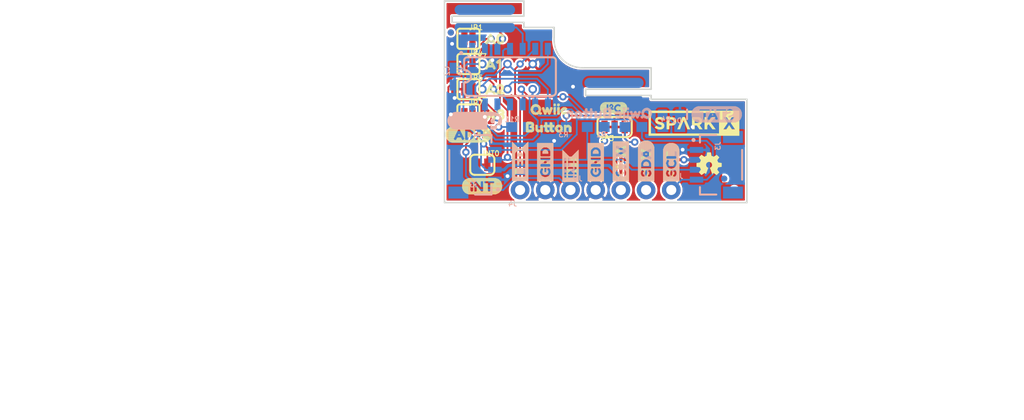
<source format=kicad_pcb>
(kicad_pcb (version 20211014) (generator pcbnew)
  (layers (0 "F.Cu" signal) (31 "B.Cu" signal) (34 "B.Paste" user) (35 "F.Paste" user) (36 "B.SilkS" user "B.Silkscreen") (37 "F.SilkS" user "F.Silkscreen") (38 "B.Mask" user) (39 "F.Mask" user) (44 "Edge.Cuts" user))
  (net 0 "")
  (net 1 "GND")
  (net 2 "SDA")
  (net 3 "SCL")
  (net 4 "3.3V")
  (net 5 "~{INT}")
  (net 6 "SCL_PU1")
  (net 7 "SDA_PU1")
  (net 8 "ADR0")
  (net 9 "~{RST}")
  (net 10 "SWITCH_NO")
  (net 11 "N$3")
  (net 12 "MISO")
  (net 13 "STAT")
  (net 14 "N$1")
  (net 15 "N$6")
  (net 16 "INT_R")
  (net 17 "LED")
  (net 18 "ADR1")
  (net 19 "ADR3")
  (net 20 "ADR2")
  (footprint "eagleBoard:MICRO-FIDUCIAL" (layer "F.Cu") (at 162.4711 113.8936)
    (fp_text reference "JP6" hide)
    (fp_text value "FIDUCIALUFIDUCIAL" hide)
    (pad "1" smd roundrect (at 0 0) (size 0.635 0.635) (layers "F.Cu" "F.Mask") (roundrect_rratio 0.5))
  )
  (footprint "eagleBoard:I_SUPER2_C-()-03" (layer "F.Cu") (at 148.8821 105.6386)
    (fp_text reference "U$10" hide)
    (fp_text value "" hide)
  )
  (footprint "eagleBoard:OSHW-LOGO-MINI" (layer "F.Cu") (at 159.9311 111.3536)
    (fp_text reference "LOGO1" hide)
    (fp_text value "OSHW-LOGOMINI" hide)
  )
  (footprint "eagleBoard:A00" (layer "F.Cu") (at 136.4361 98.6536)
    (fp_text reference "U$25" hide)
    (fp_text value "" hide)
  )
  (footprint "eagleBoard:GND" (layer "F.Cu") (at 143.4211 113.5126 90)
    (fp_text reference "U$17" hide)
    (fp_text value "" hide)
  )
  (footprint "eagleBoard:A11" (layer "F.Cu") (at 136.4361 101.1936)
    (fp_text reference "U$26" hide)
    (fp_text value "" hide)
  )
  (footprint "eagleBoard:BUTTON1" (layer "F.Cu") (at 140.5001 107.5436)
    (fp_text reference "U$24" hide)
    (fp_text value "" hide)
  )
  (footprint "eagleBoard:SMT-JUMPER_2_NO_SILK" (layer "F.Cu") (at 135.6741 103.7336)
    (fp_text reference "JP5" (at 0 -1.143) (layer "F.SilkS") (effects (font (size 0.512064 0.512064) (thickness 0.097536)) (justify left)))
    (fp_text value "")
    (pad "1" smd rect (at -0.4064 0) (size 0.635 1.27) (layers "F.Cu" "F.Mask") (net 1 "GND"))
    (pad "2" smd rect (at 0.4064 0) (size 0.635 1.27) (layers "F.Cu" "F.Mask") (net 20 "ADR2"))
  )
  (footprint "eagleBoard:SMT-JUMPER_3_2-NC_TRACE_SILK" (layer "F.Cu") (at 150.4061 107.5436 180)
    (fp_text reference "JP3" (at 0 -1.143) (layer "F.SilkS") (effects (font (size 0.512064 0.512064) (thickness 0.097536)) (justify right)))
    (fp_text value "")
    (fp_poly (pts (xy 0.3048 0.127) (xy 0.7112 0.127) (xy 0.7112 -0.127) (xy 0.3048 -0.127)) (layer "F.Cu") (width 0) (fill solid))
    (fp_poly (pts (xy -0.7112 0.127) (xy -0.3048 0.127) (xy -0.3048 -0.127) (xy -0.7112 -0.127)) (layer "F.Cu") (width 0) (fill solid))
    (pad "1" smd rect (at -1.016 0 180) (size 0.635 1.27) (layers "F.Cu" "F.Mask") (net 6 "SCL_PU1"))
    (pad "2" smd rect (at 0 0 180) (size 0.635 1.27) (layers "F.Cu" "F.Mask") (net 4 "3.3V"))
    (pad "3" smd rect (at 1.016 0 180) (size 0.635 1.27) (layers "F.Cu" "F.Mask") (net 7 "SDA_PU1"))
  )
  (footprint "eagleBoard:INT#-[_-04" (layer "F.Cu") (at 145.9611 113.7666 90)
    (fp_text reference "U$15" hide)
    (fp_text value "" hide)
  )
  (footprint "eagleBoard:SMT-JUMPER_2_NC_TRACE_SILK" (layer "F.Cu") (at 137.0711 111.3536)
    (fp_text reference "INT0" (at 0 -1.143) (layer "F.SilkS") (effects (font (size 0.512064 0.512064) (thickness 0.097536)) (justify left)))
    (fp_text value "")
    (fp_poly (pts (xy -0.2032 0.127) (xy 0.2032 0.127) (xy 0.2032 -0.127) (xy -0.2032 -0.127)) (layer "F.Cu") (width 0) (fill solid))
    (pad "1" smd rect (at -0.508 0) (size 0.635 1.27) (layers "F.Cu" "F.Mask") (net 16 "INT_R"))
    (pad "2" smd rect (at 0.508 0) (size 0.635 1.27) (layers "F.Cu" "F.Mask") (net 4 "3.3V"))
  )
  (footprint "eagleBoard:QWIIC0" (layer "F.Cu") (at 141.0081 105.7656)
    (fp_text reference "U$20" hide)
    (fp_text value "" hide)
  )
  (footprint "eagleBoard:(ADR)" (layer "F.Cu") (at 133.2611 108.3056)
    (fp_text reference "U$9" hide)
    (fp_text value "" hide)
  )
  (footprint "eagleBoard:GND" (layer "F.Cu") (at 148.5011 113.5126 90)
    (fp_text reference "U$8" hide)
    (fp_text value "" hide)
  )
  (footprint "eagleBoard:SCL" (layer "F.Cu") (at 156.1211 113.5126 90)
    (fp_text reference "U$5" hide)
    (fp_text value "" hide)
  )
  (footprint "eagleBoard:SMT-JUMPER_2_NO_SILK" (layer "F.Cu") (at 135.6741 101.1936)
    (fp_text reference "JP4" (at 0 -1.143) (layer "F.SilkS") (effects (font (size 0.512064 0.512064) (thickness 0.097536)) (justify left)))
    (fp_text value "")
    (pad "1" smd rect (at -0.4064 0) (size 0.635 1.27) (layers "F.Cu" "F.Mask") (net 1 "GND"))
    (pad "2" smd rect (at 0.4064 0) (size 0.635 1.27) (layers "F.Cu" "F.Mask") (net 18 "ADR1"))
  )
  (footprint "eagleBoard:SDA" (layer "F.Cu") (at 153.5811 113.5126 90)
    (fp_text reference "U$6" hide)
    (fp_text value "" hide)
  )
  (footprint "eagleBoard:3.3V" (layer "F.Cu") (at 151.0411 113.5126 90)
    (fp_text reference "U$7" hide)
    (fp_text value "" hide)
  )
  (footprint "eagleBoard:SMT-JUMPER_2_NO_SILK" (layer "F.Cu") (at 135.6741 98.6536)
    (fp_text reference "JP1" (at 0 -1.143) (layer "F.SilkS") (effects (font (size 0.512064 0.512064) (thickness 0.097536)) (justify left)))
    (fp_text value "")
    (pad "1" smd rect (at -0.4064 0) (size 0.635 1.27) (layers "F.Cu" "F.Mask") (net 1 "GND"))
    (pad "2" smd rect (at 0.4064 0) (size 0.635 1.27) (layers "F.Cu" "F.Mask") (net 8 "ADR0"))
  )
  (footprint "eagleBoard:LED2" (layer "F.Cu") (at 140.8811 113.5126 90)
    (fp_text reference "U$19" hide)
    (fp_text value "" hide)
  )
  (footprint "eagleBoard:INT-()-04" (layer "F.Cu") (at 134.9121 113.5126)
    (fp_text reference "U$4" hide)
    (fp_text value "" hide)
  )
  (footprint "eagleBoard:2X3_TEST_POINTS" (layer "F.Cu") (at 139.6111 102.4636)
    (fp_text reference "J7" (at -3.048 -2.032) (layer "F.SilkS") (effects (font (size 0.512064 0.512064) (thickness 0.097536)) (justify left)))
    (fp_text value "ISP")
    (pad "1" thru_hole circle (at -2.54 1.27) (size 0.8636 0.8636) (drill 0.508) (layers *.Cu) (net 12 "MISO"))
    (pad "2" thru_hole circle (at -2.54 -1.27) (size 0.8636 0.8636) (drill 0.508) (layers *.Cu) (net 4 "3.3V"))
    (pad "3" thru_hole circle (at 0 1.27) (size 0.8636 0.8636) (drill 0.508) (layers *.Cu) (net 3 "SCL"))
    (pad "4" thru_hole circle (at 0 -1.27) (size 0.8636 0.8636) (drill 0.508) (layers *.Cu) (net 2 "SDA"))
    (pad "5" thru_hole circle (at 2.54 1.27) (size 0.8636 0.8636) (drill 0.508) (layers *.Cu) (net 9 "~{RST}"))
    (pad "6" thru_hole circle (at 2.54 -1.27) (size 0.8636 0.8636) (drill 0.508) (layers *.Cu) (net 1 "GND"))
  )
  (footprint "eagleBoard:SPARKX-MEDIUM" (layer "F.Cu") (at 158.4071 107.1626)
    (fp_text reference "U$18" hide)
    (fp_text value "" hide)
  )
  (footprint "eagleBoard:A22" (layer "F.Cu") (at 136.4361 103.7336)
    (fp_text reference "U$27" hide)
    (fp_text value "" hide)
  )
  (footprint "eagleBoard:MICRO-FIDUCIAL" (layer "F.Cu") (at 133.8961 98.0186)
    (fp_text reference "JP2" hide)
    (fp_text value "FIDUCIALUFIDUCIAL" hide)
    (pad "1" smd roundrect (at 0 0) (size 0.635 0.635) (layers "F.Cu" "F.Mask") (roundrect_rratio 0.5))
  )
  (footprint "eagleBoard:SMT-JUMPER_2_NO_SILK" (layer "F.Cu") (at 135.6741 106.2736)
    (fp_text reference "JP7" (at 0 -1.143) (layer "F.SilkS") (effects (font (size 0.512064 0.512064) (thickness 0.097536)) (justify left)))
    (fp_text value "")
    (pad "1" smd rect (at -0.4064 0) (size 0.635 1.27) (layers "F.Cu" "F.Mask") (net 1 "GND"))
    (pad "2" smd rect (at 0.4064 0) (size 0.635 1.27) (layers "F.Cu" "F.Mask") (net 19 "ADR3"))
  )
  (footprint "eagleBoard:A33" (layer "F.Cu") (at 136.3091 106.2736)
    (fp_text reference "U$28" hide)
    (fp_text value "" hide)
  )
  (footprint "eagleBoard:LED-0603" (layer "B.Cu") (at 156.1211 106.2736)
    (fp_text reference "D1" (at 0 0.635) (layer "B.SilkS") (effects (font (size 0.512064 0.512064) (thickness 0.097536)) (justify right mirror)))
    (fp_text value "RED")
    (pad "A" smd roundrect (at -0.877 0 90) (size 1 1) (layers "B.Cu" "B.Paste" "B.Mask") (roundrect_rratio 0.15) (net 11 "N$3"))
    (pad "C" smd roundrect (at 0.877 0 90) (size 1 1) (layers "B.Cu" "B.Paste" "B.Mask") (roundrect_rratio 0.15) (net 1 "GND"))
  )
  (footprint "eagleBoard:BUTTON1" (layer "B.Cu") (at 151.0411 106.1466 180)
    (fp_text reference "U$23" hide)
    (fp_text value "" hide)
  )
  (footprint "eagleBoard:SO14" (layer "B.Cu") (at 139.2301 102.4636)
    (fp_text reference "U4" (at -4.445 0 -90) (layer "B.SilkS") (effects (font (size 0.512064 0.512064) (thickness 0.097536)) (justify right mirror)))
    (fp_text value "ATTINY84-ARDUINO")
    (pad "1" smd rect (at -3.175 -2.8) (size 0.6 1.2) (layers "B.Cu" "B.Paste" "B.Mask") (net 4 "3.3V"))
    (pad "2" smd rect (at -1.905 -2.8) (size 0.6 1.2) (layers "B.Cu" "B.Paste" "B.Mask") (net 18 "ADR1"))
    (pad "3" smd rect (at -0.635 -2.8) (size 0.6 1.2) (layers "B.Cu" "B.Paste" "B.Mask") (net 8 "ADR0"))
    (pad "4" smd rect (at 0.635 -2.8) (size 0.6 1.2) (layers "B.Cu" "B.Paste" "B.Mask") (net 9 "~{RST}"))
    (pad "5" smd rect (at 1.905 -2.8) (size 0.6 1.2) (layers "B.Cu" "B.Paste" "B.Mask") (net 10 "SWITCH_NO"))
    (pad "6" smd rect (at 3.175 -2.8) (size 0.6 1.2) (layers "B.Cu" "B.Paste" "B.Mask") (net 17 "LED"))
    (pad "7" smd rect (at 4.445 -2.8) (size 0.6 1.2) (layers "B.Cu" "B.Paste" "B.Mask") (net 2 "SDA"))
    (pad "8" smd rect (at 4.445 2.8) (size 0.6 1.2) (layers "B.Cu" "B.Paste" "B.Mask") (net 12 "MISO"))
    (pad "9" smd rect (at 3.175 2.8) (size 0.6 1.2) (layers "B.Cu" "B.Paste" "B.Mask") (net 3 "SCL"))
    (pad "10" smd rect (at 1.905 2.8) (size 0.6 1.2) (layers "B.Cu" "B.Paste" "B.Mask") (net 13 "STAT"))
    (pad "11" smd rect (at 0.635 2.8) (size 0.6 1.2) (layers "B.Cu" "B.Paste" "B.Mask") (net 19 "ADR3"))
    (pad "12" smd rect (at -0.635 2.8) (size 0.6 1.2) (layers "B.Cu" "B.Paste" "B.Mask") (net 20 "ADR2"))
    (pad "13" smd rect (at -1.905 2.8) (size 0.6 1.2) (layers "B.Cu" "B.Paste" "B.Mask") (net 5 "~{INT}"))
    (pad "14" smd rect (at -3.175 2.8) (size 0.6 1.2) (layers "B.Cu" "B.Paste" "B.Mask") (net 1 "GND"))
  )
  (footprint "eagleBoard:QWIIC_5.5MM" (layer "B.Cu") (at 136.3091 106.9086 180)
    (fp_text reference "U$1" hide)
    (fp_text value "" hide)
  )
  (footprint "eagleBoard:SCL" (layer "B.Cu") (at 156.1211 113.5126 90)
    (fp_text reference "U$14" hide)
    (fp_text value "" hide)
  )
  (footprint "eagleBoard:CREATIVE_COMMONS" (layer "B.Cu") (at 171.3611 136.7536 180)
    (fp_text reference "FRAME1" hide)
    (fp_text value "FRAME-LETTER" hide)
  )
  (footprint "eagleBoard:3.3V" (layer "B.Cu") (at 151.0411 113.5126 90)
    (fp_text reference "U$22" hide)
    (fp_text value "" hide)
  )
  (footprint "eagleBoard:QWIIC0" (layer "B.Cu") (at 155.1051 106.1466 180)
    (fp_text reference "U$2" hide)
    (fp_text value "" hide)
  )
  (footprint "eagleBoard:STAT1" (layer "B.Cu") (at 163.3601 106.2736 180)
    (fp_text reference "U$21" hide)
    (fp_text value "" hide)
  )
  (footprint "eagleBoard:LED2" (layer "B.Cu") (at 140.8811 113.5126 90)
    (fp_text reference "U$3" hide)
    (fp_text value "" hide)
  )
  (footprint "eagleBoard:GND" (layer "B.Cu") (at 148.5011 113.5126 90)
    (fp_text reference "U$13" hide)
    (fp_text value "" hide)
  )
  (footprint "eagleBoard:SDA" (layer "B.Cu") (at 153.5811 113.5126 90)
    (fp_text reference "U$12" hide)
    (fp_text value "" hide)
  )
  (footprint "eagleBoard:1X01_NO_SILK" (layer "B.Cu") (at 145.9611 113.8936 180)
    (fp_text reference "J5" (at -1.27 1.143) (layer "B.SilkS") (effects (font (size 0.512064 0.512064) (thickness 0.097536)) (justify left mirror)))
    (fp_text value "")
    (pad "1" thru_hole circle (at 0 0 90) (size 1.8796 1.8796) (drill 1.016) (layers *.Cu *.Mask) (net 5 "~{INT}"))
  )
  (footprint "eagleBoard:0603" (layer "B.Cu") (at 152.3111 107.5436 180)
    (fp_text reference "R2" (at 0 0.762) (layer "B.SilkS") (effects (font (size 0.512064 0.512064) (thickness 0.097536)) (justify left mirror)))
    (fp_text value "2.2k")
    (pad "1" smd rect (at -0.85 0 180) (size 1.1 1) (layers "B.Cu" "B.Paste" "B.Mask") (net 3 "SCL"))
    (pad "2" smd rect (at 0.85 0 180) (size 1.1 1) (layers "B.Cu" "B.Paste" "B.Mask") (net 6 "SCL_PU1"))
  )
  (footprint "eagleBoard:0603" (layer "B.Cu") (at 134.2771 102.4636 -90)
    (fp_text reference "C2" (at 0 0.762 -270) (layer "B.SilkS") (effects (font (size 0.512064 0.512064) (thickness 0.097536)) (justify right mirror)))
    (fp_text value "0.1uF")
    (pad "1" smd rect (at -0.85 0 270) (size 1.1 1) (layers "B.Cu" "B.Paste" "B.Mask") (net 4 "3.3V"))
    (pad "2" smd rect (at 0.85 0 270) (size 1.1 1) (layers "B.Cu" "B.Paste" "B.Mask") (net 1 "GND"))
  )
  (footprint "eagleBoard:INT#-[_-04" (layer "B.Cu") (at 145.9611 113.7666 90)
    (fp_text reference "U$11" hide)
    (fp_text value "" hide)
  )
  (footprint "eagleBoard:0603" (layer "B.Cu") (at 148.5011 107.5436)
    (fp_text reference "R1" (at 0 0.762) (layer "B.SilkS") (effects (font (size 0.512064 0.512064) (thickness 0.097536)) (justify right mirror)))
    (fp_text value "2.2k")
    (pad "1" smd rect (at -0.85 0) (size 1.1 1) (layers "B.Cu" "B.Paste" "B.Mask") (net 2 "SDA"))
    (pad "2" smd rect (at 0.85 0) (size 1.1 1) (layers "B.Cu" "B.Paste" "B.Mask") (net 7 "SDA_PU1"))
  )
  (footprint "eagleBoard:MICRO-FIDUCIAL" (layer "B.Cu") (at 161.4551 112.7506 180)
    (fp_text reference "JP8" hide)
    (fp_text value "FIDUCIALUFIDUCIAL" hide)
    (pad "1" smd roundrect (at 0 0 180) (size 0.635 0.635) (layers "B.Cu" "B.Mask") (roundrect_rratio 0.5))
  )
  (footprint "eagleBoard:0603" (layer "B.Cu") (at 156.1211 107.5436 180)
    (fp_text reference "R4" (at 0 0.762) (layer "B.SilkS") (effects (font (size 0.512064 0.512064) (thickness 0.097536)) (justify left mirror)))
    (fp_text value "1k")
    (pad "1" smd rect (at -0.85 0 180) (size 1.1 1) (layers "B.Cu" "B.Paste" "B.Mask") (net 11 "N$3"))
    (pad "2" smd rect (at 0.85 0 180) (size 1.1 1) (layers "B.Cu" "B.Paste" "B.Mask") (net 13 "STAT"))
  )
  (footprint "eagleBoard:1X02_NO_SILK" (layer "B.Cu") (at 140.8811 113.8936)
    (fp_text reference "J4" (at -1.27 1.397) (layer "B.SilkS") (effects (font (size 0.512064 0.512064) (thickness 0.097536)) (justify right mirror)))
    (fp_text value "")
    (pad "1" thru_hole circle (at 0 0 270) (size 1.8796 1.8796) (drill 1.016) (layers *.Cu *.Mask) (net 17 "LED"))
    (pad "2" thru_hole circle (at 2.54 0 270) (size 1.8796 1.8796) (drill 1.016) (layers *.Cu *.Mask) (net 1 "GND"))
  )
  (footprint "eagleBoard:MICRO-FIDUCIAL" (layer "B.Cu") (at 133.8961 98.0186 180)
    (fp_text reference "JP9" hide)
    (fp_text value "FIDUCIALUFIDUCIAL" hide)
    (pad "1" smd roundrect (at 0 0 180) (size 0.635 0.635) (layers "B.Cu" "B.Mask") (roundrect_rratio 0.5))
  )
  (footprint "eagleBoard:0603" (layer "B.Cu") (at 140.8811 107.5436 180)
    (fp_text reference "R11" (at 0 0.762) (layer "B.SilkS") (effects (font (size 0.512064 0.512064) (thickness 0.097536)) (justify left mirror)))
    (fp_text value "10k")
    (pad "1" smd rect (at -0.85 0 180) (size 1.1 1) (layers "B.Cu" "B.Paste" "B.Mask") (net 5 "~{INT}"))
    (pad "2" smd rect (at 0.85 0 180) (size 1.1 1) (layers "B.Cu" "B.Paste" "B.Mask") (net 16 "INT_R"))
  )
  (footprint "eagleBoard:1X04_NO_SILK" (layer "B.Cu") (at 156.1211 113.8936 180)
    (fp_text reference "J1" (at -1.27 1.397) (layer "B.SilkS") (effects (font (size 0.512064 0.512064) (thickness 0.097536)) (justify left mirror)))
    (fp_text value "")
    (pad "1" thru_hole circle (at 0 0 90) (size 1.8796 1.8796) (drill 1.016) (layers *.Cu *.Mask) (net 3 "SCL"))
    (pad "2" thru_hole circle (at 2.54 0 90) (size 1.8796 1.8796) (drill 1.016) (layers *.Cu *.Mask) (net 2 "SDA"))
    (pad "3" thru_hole circle (at 5.08 0 90) (size 1.8796 1.8796) (drill 1.016) (layers *.Cu *.Mask) (net 4 "3.3V"))
    (pad "4" thru_hole circle (at 7.62 0 90) (size 1.8796 1.8796) (drill 1.016) (layers *.Cu *.Mask) (net 1 "GND"))
  )
  (footprint "eagleBoard:GND" (layer "B.Cu") (at 143.4211 113.5126 90)
    (fp_text reference "U$16" hide)
    (fp_text value "" hide)
  )
  (footprint "eagleBoard:JST04_1MM_RA" (layer "B.Cu") (at 158.6611 111.3536 -90)
    (fp_text reference "J3" (at -1.397 -2.159 -270) (layer "B.SilkS") (effects (font (size 0.512064 0.512064) (thickness 0.097536)) (justify right mirror)))
    (fp_text value "")
    (pad "1" smd rect (at -1.5 0 270) (size 0.6 1.35) (layers "B.Cu" "B.Paste" "B.Mask") (net 1 "GND"))
    (pad "2" smd rect (at -0.5 0 270) (size 0.6 1.35) (layers "B.Cu" "B.Paste" "B.Mask") (net 4 "3.3V"))
    (pad "3" smd rect (at 0.5 0 270) (size 0.6 1.35) (layers "B.Cu" "B.Paste" "B.Mask") (net 2 "SDA"))
    (pad "4" smd rect (at 1.5 0 270) (size 0.6 1.35) (layers "B.Cu" "B.Paste" "B.Mask") (net 3 "SCL"))
    (pad "NC1" smd rect (at 2.8 -3.675 270) (size 1.2 2) (layers "B.Cu" "B.Paste" "B.Mask"))
    (pad "NC2" smd rect (at -2.8 -3.675 270) (size 1.2 2) (layers "B.Cu" "B.Paste" "B.Mask"))
  )
  (footprint "eagleBoard:0603" (layer "B.Cu") (at 144.6911 107.5436)
    (fp_text reference "R3" (at 0 0.762) (layer "B.SilkS") (effects (font (size 0.512064 0.512064) (thickness 0.097536)) (justify right mirror)))
    (fp_text value "10k")
    (pad "1" smd rect (at -0.85 0) (size 1.1 1) (layers "B.Cu" "B.Paste" "B.Mask") (net 9 "~{RST}"))
    (pad "2" smd rect (at 0.85 0) (size 1.1 1) (layers "B.Cu" "B.Paste" "B.Mask") (net 4 "3.3V"))
  )
  (footprint "eagleBoard:JST04_1MM_RA" (layer "B.Cu") (at 138.3411 111.3536 90)
    (fp_text reference "J2" (at -1.397 -2.159 90) (layer "B.SilkS") (effects (font (size 0.512064 0.512064) (thickness 0.097536)) (justify left mirror)))
    (fp_text value "")
    (pad "1" smd rect (at -1.5 0 90) (size 0.6 1.35) (layers "B.Cu" "B.Paste" "B.Mask") (net 1 "GND"))
    (pad "2" smd rect (at -0.5 0 90) (size 0.6 1.35) (layers "B.Cu" "B.Paste" "B.Mask") (net 4 "3.3V"))
    (pad "3" smd rect (at 0.5 0 90) (size 0.6 1.35) (layers "B.Cu" "B.Paste" "B.Mask") (net 2 "SDA"))
    (pad "4" smd rect (at 1.5 0 90) (size 0.6 1.35) (layers "B.Cu" "B.Paste" "B.Mask") (net 3 "SCL"))
    (pad "NC1" smd rect (at 2.8 -3.675 90) (size 1.2 2) (layers "B.Cu" "B.Paste" "B.Mask"))
    (pad "NC2" smd rect (at -2.8 -3.675 90) (size 1.2 2) (layers "B.Cu" "B.Paste" "B.Mask"))
  )
  (gr_line (start 133.2611 115.1636) (end 133.2611 94.8436) (layer "Edge.Cuts") (width 0.1524))
  (gr_line (start 147.4851 103.7336) (end 147.4851 104.3686) (layer "Edge.Cuts") (width 0.1524))
  (gr_line (start 147.2311 101.5746) (end 154.0891 101.5746) (layer "Edge.Cuts") (width 0.1524))
  (gr_line (start 134.0231 97.0026) (end 141.2621 97.0026) (layer "Edge.Cuts") (width 0.1524))
  (gr_line (start 141.2621 97.0026) (end 141.2621 97.5106) (layer "Edge.Cuts") (width 0.1524))
  (gr_line (start 154.0891 104.7496) (end 163.7411 104.7496) (layer "Edge.Cuts") (width 0.1524))
  (gr_line (start 133.2611 94.8436) (end 141.2621 94.8436) (layer "Edge.Cuts") (width 0.1524))
  (gr_arc (start 147.2311 101.5746) (mid 145.095227 100.697833) (end 144.310099 98.526601) (layer "Edge.Cuts") (width 0.1524))
  (gr_line (start 163.7411 115.1636) (end 133.2611 115.1636) (layer "Edge.Cuts") (width 0.1524))
  (gr_line (start 141.2621 94.8436) (end 141.2621 96.3676) (layer "Edge.Cuts") (width 0.1524))
  (gr_line (start 154.0891 101.5746) (end 154.0891 103.7336) (layer "Edge.Cuts") (width 0.1524))
  (gr_line (start 134.0231 96.3676) (end 134.0231 97.0026) (layer "Edge.Cuts") (width 0.1524))
  (gr_line (start 147.4851 104.3686) (end 154.0891 104.3686) (layer "Edge.Cuts") (width 0.1524))
  (gr_line (start 163.7411 104.7496) (end 163.7411 115.1636) (layer "Edge.Cuts") (width 0.1524))
  (gr_line (start 154.0891 104.3686) (end 154.0891 104.7496) (layer "Edge.Cuts") (width 0.1524))
  (gr_line (start 154.0891 103.7336) (end 147.4851 103.7336) (layer "Edge.Cuts") (width 0.1524))
  (gr_line (start 144.3101 98.5266) (end 144.3101 97.5106) (layer "Edge.Cuts") (width 0.1524))
  (gr_line (start 141.2621 97.5106) (end 144.3101 97.5106) (layer "Edge.Cuts") (width 0.1524))
  (gr_line (start 141.2621 96.3676) (end 134.0231 96.3676) (layer "Edge.Cuts") (width 0.1524))
  (gr_text "x02" (at 162.4711 111.3536 90) (layer "F.Cu") (effects (font (size 1.0795 1.0795) (thickness 0.1905))))
  (via (at 134.2771 104.6226) (size 0.7366) (drill 0.381) (layers "F.Cu" "B.Cu") (net 1))
  (via (at 134.0231 99.1616) (size 0.7366) (drill 0.381) (layers "F.Cu" "B.Cu") (net 1))
  (via (at 138.0871 100.8126) (size 0.7366) (drill 0.381) (layers "F.Cu" "B.Cu") (net 1))
  (via (at 158.2801 107.5436) (size 0.7366) (drill 0.381) (layers "F.Cu" "B.Cu") (net 1))
  (via (at 139.6111 112.4966) (size 0.7366) (drill 0.381) (layers "F.Cu" "B.Cu") (net 1))
  (via (at 144.3101 108.9406) (size 0.7366) (drill 0.381) (layers "F.Cu" "B.Cu") (net 1))
  (via (at 157.2641 109.8296) (size 0.7366) (drill 0.381) (layers "F.Cu" "B.Cu") (net 1))
  (via (at 133.8961 106.2736) (size 0.7366) (drill 0.381) (layers "F.Cu" "B.Cu") (net 1))
  (via (at 146.2151 103.4796) (size 0.7366) (drill 0.381) (layers "F.Cu" "B.Cu") (net 1))
  (segment (start 135.8011 104.3686) (end 135.8011 103.7336) (width 0.1778) (layer "B.Cu") (net 1))
  (segment (start 152.8191 104.8766) (end 147.8661 104.8766) (width 1.016) (layer "B.Cu") (net 1))
  (segment (start 136.0551 104.6226) (end 135.8011 104.3686) (width 0.1778) (layer "B.Cu") (net 1))
  (segment (start 136.0551 105.2636) (end 136.0551 104.6226) (width 0.1778) (layer "B.Cu") (net 1))
  (segment (start 138.8491 105.1306) (end 139.6111 105.8926) (width 0.1778) (layer "F.Cu") (net 2))
  (segment (start 139.6111 105.8926) (end 139.6111 110.5996) (width 0.1778) (layer "F.Cu") (net 2))
  (segment (start 139.6111 101.1936) (end 138.8491 101.9556) (width 0.1778) (layer "F.Cu") (net 2))
  (segment (start 138.8491 101.9556) (end 138.8491 105.1306) (width 0.1778) (layer "F.Cu") (net 2))
  (via (at 139.6111 110.5996) (size 0.7366) (drill 0.381) (layers "F.Cu" "B.Cu") (net 2))
  (segment (start 140.337768 101.8921) (end 142.9766 101.8921) (width 0.1778) (layer "B.Cu") (net 2))
  (segment (start 147.6511 107.5436) (end 147.6511 110.8066) (width 0.1778) (layer "B.Cu") (net 2))
  (segment (start 152.1338 111.8536) (end 153.5811 111.8536) (width 0.1778) (layer "B.Cu") (net 2))
  (segment (start 139.3571 110.8536) (end 139.6111 110.5996) (width 0.1778) (layer "B.Cu") (net 2))
  (segment (start 147.6121 110.8456) (end 151.1258 110.8456) (width 0.1778) (layer "B.Cu") (net 2))
  (segment (start 139.639268 101.1936) (end 140.337768 101.8921) (width 0.1778) (layer "B.Cu") (net 2))
  (segment (start 143.6751 101.1936) (end 143.6751 99.6636) (width 0.1778) (layer "B.Cu") (net 2))
  (segment (start 138.3411 110.8536) (end 139.3571 110.8536) (width 0.1778) (layer "B.Cu") (net 2))
  (segment (start 153.5811 113.8936) (end 153.5811 111.8536) (width 0.1778) (layer "B.Cu") (net 2))
  (segment (start 151.1258 110.8456) (end 152.1338 111.8536) (width 0.1778) (layer "B.Cu") (net 2))
  (segment (start 158.6611 111.8536) (end 153.5811 111.8536) (width 0.1778) (layer "B.Cu") (net 2))
  (segment (start 147.6511 110.8066) (end 147.6121 110.8456) (width 0.1778) (layer "B.Cu") (net 2))
  (segment (start 139.6111 110.5996) (end 139.8571 110.8456) (width 0.1778) (layer "B.Cu") (net 2))
  (segment (start 139.6111 101.1936) (end 139.639268 101.1936) (width 0.1778) (layer "B.Cu") (net 2))
  (segment (start 142.9766 101.8921) (end 143.6751 101.1936) (width 0.1778) (layer "B.Cu") (net 2))
  (segment (start 139.8571 110.8456) (end 147.6121 110.8456) (width 0.1778) (layer "B.Cu") (net 2))
  (segment (start 138.3411 109.8536) (end 145.0481 109.8536) (width 0.1778) (layer "B.Cu") (net 3))
  (segment (start 146.6008 106.7769) (end 146.5961 106.7816) (width 0.1778) (layer "B.Cu") (net 3))
  (segment (start 146.5961 108.3056) (end 146.5961 106.7816) (width 0.1778) (layer "B.Cu") (net 3))
  (segment (start 152.3944 106.7769) (end 146.6008 106.7769) (width 0.1778) (layer "B.Cu") (net 3))
  (segment (start 153.1611 107.5436) (end 153.1611 108.6476) (width 0.1778) (layer "B.Cu") (net 3))
  (segment (start 157.1611 112.8536) (end 158.6611 112.8536) (width 0.1778) (layer "B.Cu") (net 3))
  (segment (start 160.3121 112.2426) (end 160.3121 109.5756) (width 0.1778) (layer "B.Cu") (net 3))
  (segment (start 144.516068 106.3959) (end 142.7814 106.3959) (width 0.1778) (layer "B.Cu") (net 3))
  (segment (start 159.6771 108.9406) (end 160.3121 109.5756) (width 0.1778) (layer "B.Cu") (net 3))
  (segment (start 142.8496 103.444269) (end 142.8496 104.044832) (width 0.1778) (layer "B.Cu") (net 3))
  (segment (start 142.7814 106.3959) (end 142.4051 106.0196) (width 0.1778) (layer "B.Cu") (net 3))
  (segment (start 142.440431 103.0351) (end 142.8496 103.444269) (width 0.1778) (layer "B.Cu") (net 3))
  (segment (start 145.0481 109.8536) (end 146.5961 108.3056) (width 0.1778) (layer "B.Cu") (net 3))
  (segment (start 156.1211 113.8936) (end 157.1611 112.8536) (width 0.1778) (layer "B.Cu") (net 3))
  (segment (start 140.083768 103.0351) (end 142.440431 103.0351) (width 0.1778) (layer "B.Cu") (net 3))
  (segment (start 146.5961 106.308269) (end 146.053431 105.7656) (width 0.1778) (layer "B.Cu") (net 3))
  (segment (start 153.4541 108.9406) (end 159.6771 108.9406) (width 0.1778) (layer "B.Cu") (net 3))
  (segment (start 142.4051 104.489332) (end 142.4051 105.2636) (width 0.1778) (layer "B.Cu") (net 3))
  (segment (start 153.1611 107.5436) (end 152.3944 106.7769) (width 0.1778) (layer "B.Cu") (net 3))
  (segment (start 139.6111 103.7336) (end 139.6111 103.507769) (width 0.1778) (layer "B.Cu") (net 3))
  (segment (start 146.053431 105.7656) (end 145.146368 105.7656) (width 0.1778) (layer "B.Cu") (net 3))
  (segment (start 142.4051 106.0196) (end 142.4051 105.2636) (width 0.1778) (layer "B.Cu") (net 3))
  (segment (start 145.146368 105.7656) (end 144.516068 106.3959) (width 0.1778) (layer "B.Cu") (net 3))
  (segment (start 159.7011 112.8536) (end 160.3121 112.2426) (width 0.1778) (layer "B.Cu") (net 3))
  (segment (start 158.6611 112.8536) (end 159.7011 112.8536) (width 0.1778) (layer "B.Cu") (net 3))
  (segment (start 139.6111 103.507769) (end 140.083768 103.0351) (width 0.1778) (layer "B.Cu") (net 3))
  (segment (start 153.1611 108.6476) (end 153.4541 108.9406) (width 0.1778) (layer "B.Cu") (net 3))
  (segment (start 146.5961 106.7816) (end 146.5961 106.308269) (width 0.1778) (layer "B.Cu") (net 3))
  (segment (start 142.8496 104.044832) (end 142.4051 104.489332) (width 0.1778) (layer "B.Cu") (net 3))
  (segment (start 137.5791 109.6303) (end 137.5791 111.3536) (width 0.1778) (layer "F.Cu") (net 4))
  (segment (start 157.3911 110.8456) (end 151.0411 110.8456) (width 0.3048) (layer "F.Cu") (net 4))
  (segment (start 151.0411 110.0836) (end 150.4061 109.4486) (width 0.3048) (layer "F.Cu") (net 4))
  (segment (start 137.1981 109.2493) (end 137.5791 109.6303) (width 0.1778) (layer "F.Cu") (net 4))
  (segment (start 150.4061 106.6546) (end 150.4061 107.5436) (width 0.1778) (layer "F.Cu") (net 4))
  (segment (start 151.0411 110.8456) (end 151.0411 110.0836) (width 0.3048) (layer "F.Cu") (net 4))
  (segment (start 145.5364 106.4006) (end 150.1521 106.4006) (width 0.1778) (layer "F.Cu") (net 4))
  (segment (start 151.0411 113.8936) (end 151.0411 110.8456) (width 0.3048) (layer "F.Cu") (net 4))
  (segment (start 150.1521 106.4006) (end 150.4061 106.6546) (width 0.1778) (layer "F.Cu") (net 4))
  (segment (start 150.4061 107.5436) (end 150.4061 109.4486) (width 0.3048) (layer "F.Cu") (net 4))
  (via (at 145.5364 106.4006) (size 0.7366) (drill 0.381) (layers "F.Cu" "B.Cu") (net 4))
  (via (at 137.1981 109.2493) (size 0.7366) (drill 0.381) (layers "F.Cu" "B.Cu") (net 4))
  (via (at 157.3911 110.8456) (size 0.7366) (drill 0.381) (layers "F.Cu" "B.Cu") (net 4))
  (segment (start 137.1981 109.2493) (end 137.1981 109.076632) (width 0.1778) (layer "B.Cu") (net 4))
  (segment (start 137.1981 109.076632) (end 135.1661 107.044632) (width 0.1778) (layer "B.Cu") (net 4))
  (segment (start 135.1661 101.7016) (end 135.2931 101.7016) (width 0.1778) (layer "B.Cu") (net 4))
  (segment (start 145.5411 106.4053) (end 145.5364 106.4006) (width 0.1778) (layer "B.Cu") (net 4))
  (segment (start 138.3411 111.8536) (end 137.4441 111.8536) (width 0.1778) (layer "B.Cu") (net 4))
  (segment (start 135.2931 101.4476) (end 135.5471 101.1936) (width 0.1778) (layer "B.Cu") (net 4))
  (segment (start 136.9441 111.3536) (end 136.9441 109.5033) (width 0.1778) (layer "B.Cu") (net 4))
  (segment (start 139.702768 111.4171) (end 149.8346 111.4171) (width 0.3048) (layer "B.Cu") (net 4))
  (segment (start 136.0551 99.6636) (end 136.0551 101.1936) (width 0.1778) (layer "B.Cu") (net 4))
  (segment (start 135.1661 107.044632) (end 135.1661 101.7016) (width 0.1778) (layer "B.Cu") (net 4))
  (segment (start 136.9441 109.5033) (end 137.1981 109.2493) (width 0.1778) (layer "B.Cu") (net 4))
  (segment (start 151.0411 112.6236) (end 151.0411 113.8936) (width 0.3048) (layer "B.Cu") (net 4))
  (segment (start 158.6611 110.8536) (end 157.3991 110.8536) (width 0.3048) (layer "B.Cu") (net 4))
  (segment (start 137.4441 111.8536) (end 136.9441 111.3536) (width 0.1778) (layer "B.Cu") (net 4))
  (segment (start 139.266268 111.8536) (end 139.702768 111.4171) (width 0.3048) (layer "B.Cu") (net 4))
  (segment (start 135.2931 101.7016) (end 135.2931 101.4476) (width 0.1778) (layer "B.Cu") (net 4))
  (segment (start 149.8346 111.4171) (end 151.0411 112.6236) (width 0.3048) (layer "B.Cu") (net 4))
  (segment (start 137.0711 101.1936) (end 136.0551 101.1936) (width 0.1778) (layer "B.Cu") (net 4))
  (segment (start 134.2771 101.6136) (end 134.3651 101.7016) (width 0.1778) (layer "B.Cu") (net 4))
  (segment (start 145.5411 107.5436) (end 145.5411 106.4053) (width 0.1778) (layer "B.Cu") (net 4))
  (segment (start 138.3411 111.8536) (end 139.266268 111.8536) (width 0.3048) (layer "B.Cu") (net 4))
  (segment (start 157.3991 110.8536) (end 157.3911 110.8456) (width 0.3048) (layer "B.Cu") (net 4))
  (segment (start 134.3651 101.7016) (end 135.1661 101.7016) (width 0.1778) (layer "B.Cu") (net 4))
  (segment (start 135.5471 101.1936) (end 136.0551 101.1936) (width 0.1778) (layer "B.Cu") (net 4))
  (segment (start 137.3251 106.5276) (end 137.3251 107.4166) (width 0.1778) (layer "F.Cu") (net 5))
  (segment (start 135.4201 109.3216) (end 137.3251 107.4166) (width 0.1778) (layer "F.Cu") (net 5))
  (segment (start 135.4201 110.0836) (end 135.4201 109.3216) (width 0.1778) (layer "F.Cu") (net 5))
  (via (at 135.4201 110.0836) (size 0.7366) (drill 0.381) (layers "F.Cu" "B.Cu") (net 5))
  (via (at 137.3251 106.5276) (size 0.7366) (drill 0.381) (layers "F.Cu" "B.Cu") (net 5))
  (segment (start 141.7311 107.5436) (end 141.7311 108.0906) (width 0.1778) (layer "B.Cu") (net 5))
  (segment (start 145.9611 113.8936) (end 145.9611 113.83835) (width 0.1778) (layer "B.Cu") (net 5))
  (segment (start 137.3251 105.2636) (end 137.3251 106.5276) (width 0.1778) (layer "B.Cu") (net 5))
  (segment (start 139.17485 113.8936) (end 136.8171 113.8936) (width 0.1778) (layer "B.Cu") (net 5))
  (segment (start 141.7311 108.0906) (end 141.3891 108.4326) (width 0.1778) (layer "B.Cu") (net 5))
  (segment (start 137.3251 107.1626) (end 138.5951 108.4326) (width 0.1778) (layer "B.Cu") (net 5))
  (segment (start 137.3251 106.5276) (end 137.3251 107.1626) (width 0.1778) (layer "B.Cu") (net 5))
  (segment (start 144.80985 112.6871) (end 145.9611 113.83835) (width 0.1778) (layer "B.Cu") (net 5))
  (segment (start 140.38135 112.6871) (end 139.17485 113.8936) (width 0.1778) (layer "B.Cu") (net 5))
  (segment (start 144.80985 112.6871) (end 140.38135 112.6871) (width 0.1778) (layer "B.Cu") (net 5))
  (segment (start 136.8171 113.8936) (end 135.4201 112.4966) (width 0.1778) (layer "B.Cu") (net 5))
  (segment (start 135.4201 112.4966) (end 135.4201 110.0836) (width 0.1778) (layer "B.Cu") (net 5))
  (segment (start 141.3891 108.4326) (end 138.5951 108.4326) (width 0.1778) (layer "B.Cu") (net 5))
  (segment (start 151.4221 108.6866) (end 151.8031 109.0676) (width 0.1778) (layer "F.Cu") (net 6))
  (segment (start 151.8031 109.0676) (end 152.4381 109.0676) (width 0.1778) (layer "F.Cu") (net 6))
  (segment (start 151.4221 107.5436) (end 151.4221 108.6866) (width 0.1778) (layer "F.Cu") (net 6))
  (via (at 152.4381 109.0676) (size 0.7366) (drill 0.381) (layers "F.Cu" "B.Cu") (net 6))
  (segment (start 151.4611 108.7256) (end 151.8031 109.0676) (width 0.1778) (layer "B.Cu") (net 6))
  (segment (start 151.4611 108.7256) (end 151.4611 107.5436) (width 0.1778) (layer "B.Cu") (net 6))
  (segment (start 152.4381 109.0676) (end 151.8031 109.0676) (width 0.1778) (layer "B.Cu") (net 6))
  (segment (start 149.3901 108.9406) (end 149.3901 107.5436) (width 0.1778) (layer "F.Cu") (net 7))
  (via (at 149.3901 108.9406) (size 0.7366) (drill 0.381) (layers "F.Cu" "B.Cu") (net 7))
  (segment (start 149.3511 108.9016) (end 149.3901 108.9406) (width 0.1778) (layer "B.Cu") (net 7))
  (segment (start 149.3511 107.5436) (end 149.3511 108.9016) (width 0.1778) (layer "B.Cu") (net 7))
  (segment (start 139.1031 98.2726) (end 138.3411 97.5106) (width 0.1778) (layer "F.Cu") (net 8))
  (segment (start 139.1031 98.6536) (end 139.1031 98.2726) (width 0.1778) (layer "F.Cu") (net 8))
  (segment (start 136.0805 97.8662) (end 136.4361 97.5106) (width 0.1778) (layer "F.Cu") (net 8))
  (segment (start 136.4361 97.5106) (end 138.3411 97.5106) (width 0.1778) (layer "F.Cu") (net 8))
  (segment (start 136.0805 98.6536) (end 136.0805 97.8662) (width 0.1778) (layer "F.Cu") (net 8))
  (via (at 139.1031 98.6536) (size 0.7366) (drill 0.381) (layers "F.Cu" "B.Cu") (net 8))
  (segment (start 138.5951 99.1616) (end 138.5951 99.6636) (width 0.1778) (layer "B.Cu") (net 8))
  (segment (start 139.1031 98.6536) (end 138.5951 99.1616) (width 0.1778) (layer "B.Cu") (net 8))
  (segment (start 142.6591 108.3056) (end 142.6591 107.5436) (width 0.1778) (layer "B.Cu") (net 9))
  (segment (start 138.9126 101.7524) (end 138.9126 100.904269) (width 0.1778) (layer "B.Cu") (net 9))
  (segment (start 141.8384 104.553132) (end 142.1511 104.240432) (width 0.1778) (layer "B.Cu") (net 9))
  (segment (start 139.1618 99.8649) (end 139.3631 99.6636) (width 0.1778) (layer "B.Cu") (net 9))
  (segment (start 142.6591 106.9035) (end 141.8384 106.0828) (width 0.1778) (layer "B.Cu") (net 9))
  (segment (start 136.6314 104.435732) (end 136.6314 107.044632) (width 0.1778) (layer "B.Cu") (net 9))
  (segment (start 138.400368 108.8136) (end 142.1511 108.8136) (width 0.1778) (layer "B.Cu") (net 9))
  (segment (start 138.3411 102.3239) (end 138.9126 101.7524) (width 0.1778) (layer "B.Cu") (net 9))
  (segment (start 141.8384 106.0828) (end 141.8384 104.553132) (width 0.1778) (layer "B.Cu") (net 9))
  (segment (start 142.1511 108.8136) (end 142.6591 108.3056) (width 0.1778) (layer "B.Cu") (net 9))
  (segment (start 136.3726 103.444269) (end 137.492968 102.3239) (width 0.1778) (layer "B.Cu") (net 9))
  (segment (start 139.1618 100.655069) (end 139.1618 99.8649) (width 0.1778) (layer "B.Cu") (net 9))
  (segment (start 136.6314 107.044632) (end 138.400368 108.8136) (width 0.1778) (layer "B.Cu") (net 9))
  (segment (start 142.1511 104.240432) (end 142.1511 103.7336) (width 0.1778) (layer "B.Cu") (net 9))
  (segment (start 137.492968 102.3239) (end 138.3411 102.3239) (width 0.1778) (layer "B.Cu") (net 9))
  (segment (start 136.3726 104.176932) (end 136.6314 104.435732) (width 0.1778) (layer "B.Cu") (net 9))
  (segment (start 138.9126 100.904269) (end 139.1618 100.655069) (width 0.1778) (layer "B.Cu") (net 9))
  (segment (start 136.3726 103.444269) (end 136.3726 104.176932) (width 0.1778) (layer "B.Cu") (net 9))
  (segment (start 143.8411 107.5436) (end 142.6591 107.5436) (width 0.1778) (layer "B.Cu") (net 9))
  (segment (start 139.8651 99.6636) (end 139.3631 99.6636) (width 0.1778) (layer "B.Cu") (net 9))
  (segment (start 142.6591 107.5436) (end 142.6591 106.9035) (width 0.1778) (layer "B.Cu") (net 9))
  (segment (start 141.1351 99.6636) (end 141.1351 98.1456) (width 0.1778) (layer "B.Cu") (net 10))
  (segment (start 140.5001 97.5106) (end 139.8651 97.5106) (width 0.1778) (layer "B.Cu") (net 10))
  (segment (start 141.1351 98.1456) (end 140.5001 97.5106) (width 0.1778) (layer "B.Cu") (net 10))
  (segment (start 139.8651 97.5106) (end 134.7851 97.5106) (width 1.016) (layer "B.Cu") (net 10))
  (segment (start 156.698268 107.5436) (end 156.9711 107.5436) (width 0.1778) (layer "B.Cu") (net 11))
  (segment (start 155.428268 106.2736) (end 156.698268 107.5436) (width 0.1778) (layer "B.Cu") (net 11))
  (segment (start 155.2441 106.2736) (end 155.428268 106.2736) (width 0.1778) (layer "B.Cu") (net 11))
  (segment (start 137.0711 103.7336) (end 137.0711 103.380769) (width 0.1778) (layer "B.Cu") (net 12))
  (segment (start 143.6751 103.766869) (end 142.587731 102.6795) (width 0.1778) (layer "B.Cu") (net 12))
  (segment (start 142.587731 102.6795) (end 137.772368 102.6795) (width 0.1778) (layer "B.Cu") (net 12))
  (segment (start 143.6751 105.2636) (end 143.6751 103.766869) (width 0.1778) (layer "B.Cu") (net 12))
  (segment (start 137.0711 103.380769) (end 137.772368 102.6795) (width 0.1778) (layer "B.Cu") (net 12))
  (segment (start 141.7701 104.4956) (end 145.1991 104.4956) (width 0.1778) (layer "F.Cu") (net 13))
  (segment (start 141.0081 103.7336) (end 141.7701 104.4956) (width 0.1778) (layer "F.Cu") (net 13))
  (via (at 141.0081 103.7336) (size 0.7366) (drill 0.381) (layers "F.Cu" "B.Cu") (net 13))
  (via (at 145.1991 104.4956) (size 0.7366) (drill 0.381) (layers "F.Cu" "B.Cu") (net 13))
  (segment (start 145.8341 104.4956) (end 147.7391 106.4006) (width 0.1778) (layer "B.Cu") (net 13))
  (segment (start 145.1991 104.4956) (end 145.8341 104.4956) (width 0.1778) (layer "B.Cu") (net 13))
  (segment (start 141.1351 105.2636) (end 141.1351 103.8606) (width 0.1778) (layer "B.Cu") (net 13))
  (segment (start 155.2711 107.5436) (end 154.6361 107.5436) (width 0.1778) (layer "B.Cu") (net 13))
  (segment (start 153.4931 106.4006) (end 147.7391 106.4006) (width 0.1778) (layer "B.Cu") (net 13))
  (segment (start 153.4931 106.4006) (end 154.6361 107.5436) (width 0.1778) (layer "B.Cu") (net 13))
  (segment (start 141.0081 103.7336) (end 141.1351 103.8606) (width 0.1778) (layer "B.Cu") (net 13))
  (segment (start 139.8651 95.7326) (end 134.7851 95.7326) (width 1.016) (layer "B.Cu") (net 14))
  (segment (start 152.8191 103.0986) (end 147.8661 103.0986) (width 1.016) (layer "B.Cu") (net 15))
  (segment (start 136.5631 108.6866) (end 137.7061 107.5436) (width 0.1778) (layer "F.Cu") (net 16))
  (segment (start 137.7061 107.5436) (end 138.7221 107.5436) (width 0.1778) (layer "F.Cu") (net 16))
  (segment (start 136.5631 111.3536) (end 136.5631 108.6866) (width 0.1778) (layer "F.Cu") (net 16))
  (via (at 138.7221 107.5436) (size 0.7366) (drill 0.381) (layers "F.Cu" "B.Cu") (net 16))
  (segment (start 138.7221 107.5436) (end 140.0311 107.5436) (width 0.1778) (layer "B.Cu") (net 16))
  (segment (start 140.8811 104.758632) (end 140.3731 104.250632) (width 0.1778) (layer "F.Cu") (net 17))
  (segment (start 140.3731 101.7016) (end 140.3731 104.250632) (width 0.1778) (layer "F.Cu") (net 17))
  (segment (start 140.3731 101.7016) (end 140.8811 101.1936) (width 0.1778) (layer "F.Cu") (net 17))
  (segment (start 140.8811 113.8936) (end 140.8811 104.758632) (width 0.1778) (layer "F.Cu") (net 17))
  (via (at 140.8811 101.1936) (size 0.7366) (drill 0.381) (layers "F.Cu" "B.Cu") (net 17))
  (segment (start 141.5384 100.5303) (end 140.8781 101.1906) (width 0.1778) (layer "B.Cu") (net 17))
  (segment (start 140.8781 101.1906) (end 140.8811 101.1936) (width 0.1778) (layer "B.Cu") (net 17))
  (segment (start 141.7018 100.374069) (end 141.545568 100.5303) (width 0.1778) (layer "B.Cu") (net 17))
  (segment (start 141.7018 100.3669) (end 141.7018 100.374069) (width 0.1778) (layer "B.Cu") (net 17))
  (segment (start 141.545568 100.5303) (end 141.5384 100.5303) (width 0.1778) (layer "B.Cu") (net 17))
  (segment (start 142.4051 99.6636) (end 141.7018 100.3669) (width 0.1778) (layer "B.Cu") (net 17))
  (segment (start 136.0805 100.0506) (end 137.4775 98.6536) (width 0.1778) (layer "F.Cu") (net 18))
  (segment (start 136.0805 101.1936) (end 136.0805 100.0506) (width 0.1778) (layer "F.Cu") (net 18))
  (segment (start 137.4775 98.6536) (end 137.9601 98.6536) (width 0.1778) (layer "F.Cu") (net 18))
  (via (at 137.9601 98.6536) (size 0.7366) (drill 0.381) (layers "F.Cu" "B.Cu") (net 18))
  (segment (start 137.3251 99.2886) (end 137.3251 99.6636) (width 0.1778) (layer "B.Cu") (net 18))
  (segment (start 137.9601 98.6536) (end 137.3251 99.2886) (width 0.1778) (layer "B.Cu") (net 18))
  (segment (start 135.784731 105.2576) (end 134.014068 105.2576) (width 0.1778) (layer "F.Cu") (net 19))
  (segment (start 133.6421 104.885632) (end 133.6421 103.521532) (width 0.1778) (layer "F.Cu") (net 19))
  (segment (start 136.0805 105.553369) (end 135.784731 105.2576) (width 0.1778) (layer "F.Cu") (net 19))
  (segment (start 134.014068 105.2576) (end 133.6421 104.885632) (width 0.1778) (layer "F.Cu") (net 19))
  (segment (start 138.2141 103.2256) (end 138.2141 103.7336) (width 0.1778) (layer "F.Cu") (net 19))
  (segment (start 134.331731 102.8319) (end 137.8204 102.8319) (width 0.1778) (layer "F.Cu") (net 19))
  (segment (start 133.6421 103.521532) (end 134.331731 102.8319) (width 0.1778) (layer "F.Cu") (net 19))
  (segment (start 137.8204 102.8319) (end 138.2141 103.2256) (width 0.1778) (layer "F.Cu") (net 19))
  (segment (start 136.0805 106.2736) (end 136.0805 105.553369) (width 0.1778) (layer "F.Cu") (net 19))
  (via (at 138.2141 103.7336) (size 0.7366) (drill 0.381) (layers "F.Cu" "B.Cu") (net 19))
  (segment (start 138.8491 104.3686) (end 139.1031 104.3686) (width 0.1778) (layer "B.Cu") (net 19))
  (segment (start 139.8651 105.1306) (end 139.8651 105.2636) (width 0.1778) (layer "B.Cu") (net 19))
  (segment (start 139.1031 104.3686) (end 139.8651 105.1306) (width 0.1778) (layer "B.Cu") (net 19))
  (segment (start 138.2141 103.7336) (end 138.8491 104.3686) (width 0.1778) (layer "B.Cu") (net 19))
  (segment (start 136.0805 103.7336) (end 138.5951 106.2482) (width 0.1778) (layer "F.Cu") (net 20))
  (segment (start 138.5951 106.2482) (end 138.5951 106.6292) (width 0.1778) (layer "F.Cu") (net 20))
  (via (at 138.5951 106.6292) (size 0.7366) (drill 0.381) (layers "F.Cu" "B.Cu") (net 20))
  (segment (start 138.5951 106.6292) (end 138.5951 105.2636) (width 0.1778) (layer "B.Cu") (net 20))
  (zone (net 1) (net_name "GND") (layer "F.Cu") (priority 6) (connect_pads (clearance 0.2032)) (min_thickness 0.1016) (fill yes (thermal_gap 0.2532) (thermal_bridge_width 0.2532))
    (polygon (pts (xy 163.8427 115.2652) (xy 133.1595 115.2652) (xy 133.1595 94.742) (xy 163.8427 94.742)))
  )
  (zone (net 1) (net_name "GND") (layer "B.Cu") (priority 6) (connect_pads (clearance 0.2032)) (min_thickness 0.1016) (fill yes (thermal_gap 0.2532) (thermal_bridge_width 0.2532))
    (polygon (pts (xy 163.8427 115.2652) (xy 133.1595 115.2652) (xy 133.1595 94.742) (xy 163.8427 94.742)))
  )
)
</source>
